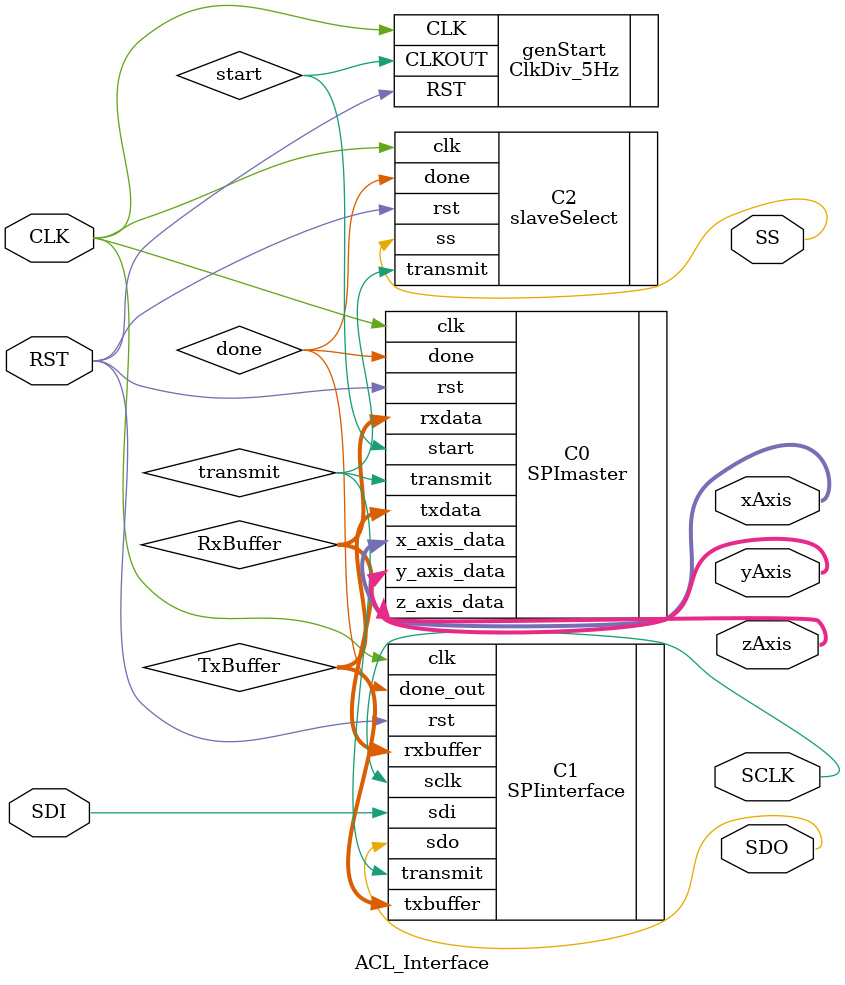
<source format=v>
`timescale 1ns / 1ps

//  ===================================================================================
//  								  Define Module, Inputs and Outputs
//  ===================================================================================
module ACL_Interface(
		CLK,
		RST,
		SDI,
		SDO,
		SCLK,
		SS,
		xAxis,
		yAxis,
		zAxis
);

// ====================================================================================
// 										Port Declarations
// ====================================================================================
   input        CLK;
   input        RST;
   input        SDI;
   output       SDO;
   output       SCLK;
   output       SS;
   output [9:0] xAxis;
   output [9:0] yAxis;
   output [9:0] zAxis;
   
// ====================================================================================
// 								Parameters, Register, and Wires
// ====================================================================================
	wire [9:0] 	 xAxis;
	wire [9:0] 	 yAxis;
	wire [9:0] 	 zAxis;

   wire [15:0]  TxBuffer;
   wire [7:0]   RxBuffer;
   wire         doneConfigure;
   wire         done;
   wire         transmit;
   
//  ===================================================================================
// 							  				Implementation
//  ===================================================================================
   
	//-----------------------------------------------
		//	 Generates a 5Hz Data Transfer Request Signal
		//-----------------------------------------------
		ClkDiv_5Hz genStart(
					.CLK(CLK),
					.RST(RST),
					.CLKOUT(start)
		);
	
		//-------------------------------------------------------------------------
		//	Controls SPI Interface, Stores Received Data, and Controls Data to Send
		//-------------------------------------------------------------------------
		SPImaster C0(
					.rst(RST),
					.start(start),
					.clk(CLK),
					.transmit(transmit),
					.txdata(TxBuffer),
					.rxdata(RxBuffer),
					.done(done),
					.x_axis_data(xAxis),
					.y_axis_data(yAxis),
					.z_axis_data(zAxis)
		);
		
		//-------------------------------------------------------------------------
		//		 Produces Timing Signal, Reads ACL Data, and Writes Data to ACL
		//-------------------------------------------------------------------------
		SPIinterface C1(
					.sdi(SDI),
					.sdo(SDO),
					.rst(RST),
					.clk(CLK),
					.sclk(SCLK),
					.txbuffer(TxBuffer),
					.rxbuffer(RxBuffer),
					.done_out(done),
					.transmit(transmit)
		);
		
		//-------------------------------------------------------------------------
		//		 			 	Enables/Disables PmodACL Communication
		//-------------------------------------------------------------------------
		slaveSelect C2(
					.clk(CLK),
					.ss(SS),
					.done(done),
					.transmit(transmit),
					.rst(RST)
		);
   
endmodule

</source>
